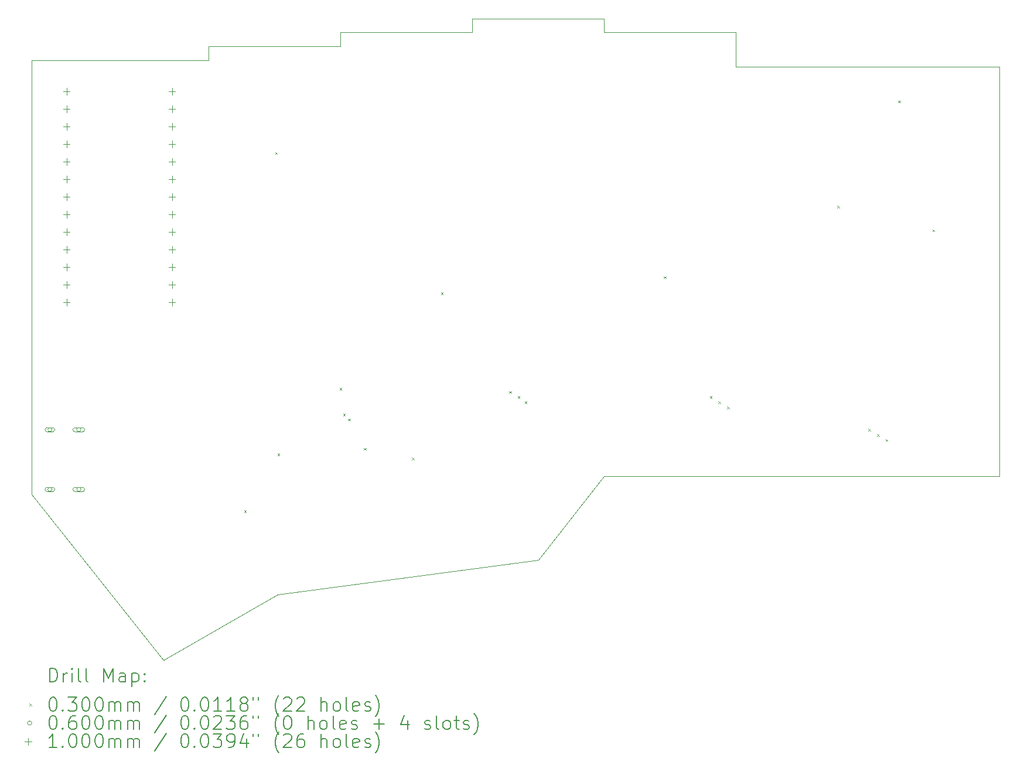
<source format=gbr>
%TF.GenerationSoftware,KiCad,Pcbnew,8.0.3*%
%TF.CreationDate,2024-06-14T18:21:21-07:00*%
%TF.ProjectId,Keyboard,4b657962-6f61-4726-942e-6b696361645f,rev?*%
%TF.SameCoordinates,Original*%
%TF.FileFunction,Drillmap*%
%TF.FilePolarity,Positive*%
%FSLAX45Y45*%
G04 Gerber Fmt 4.5, Leading zero omitted, Abs format (unit mm)*
G04 Created by KiCad (PCBNEW 8.0.3) date 2024-06-14 18:21:21*
%MOMM*%
%LPD*%
G01*
G04 APERTURE LIST*
%ADD10C,0.050000*%
%ADD11C,0.200000*%
%ADD12C,0.100000*%
G04 APERTURE END LIST*
D10*
X16724500Y-19421000D02*
X20534500Y-19421000D01*
X12914500Y-18921000D02*
X12914500Y-18721000D01*
X9104500Y-19121000D02*
X11009500Y-19121000D01*
X14819500Y-18921000D02*
X16724500Y-18921000D01*
X12914500Y-18721000D02*
X14819500Y-18721000D01*
X6547000Y-25596000D02*
X6548000Y-19321000D01*
X20534500Y-19421000D02*
X20534500Y-25336000D01*
X14819500Y-25336000D02*
X13870000Y-26545000D01*
X13870000Y-26545000D02*
X10100000Y-27045000D01*
X8450222Y-27997500D02*
X6547000Y-25596000D01*
X16724500Y-18921000D02*
X16724500Y-19421000D01*
X14819500Y-18721000D02*
X14819500Y-18921000D01*
X20534500Y-25336000D02*
X14819500Y-25336000D01*
X11009500Y-18921000D02*
X12914500Y-18921000D01*
X9104500Y-19321000D02*
X9104500Y-19121000D01*
X6548000Y-19321000D02*
X9104500Y-19321000D01*
X11009500Y-19121000D02*
X11009500Y-18921000D01*
X10100000Y-27045000D02*
X8450222Y-27997500D01*
D11*
D12*
X9615000Y-25831000D02*
X9645000Y-25861000D01*
X9645000Y-25831000D02*
X9615000Y-25861000D01*
X10064000Y-20652000D02*
X10094000Y-20682000D01*
X10094000Y-20652000D02*
X10064000Y-20682000D01*
X10097000Y-25009000D02*
X10127000Y-25039000D01*
X10127000Y-25009000D02*
X10097000Y-25039000D01*
X10995000Y-24060000D02*
X11025000Y-24090000D01*
X11025000Y-24060000D02*
X10995000Y-24090000D01*
X11045000Y-24430000D02*
X11075000Y-24460000D01*
X11075000Y-24430000D02*
X11045000Y-24460000D01*
X11120000Y-24505000D02*
X11150000Y-24535000D01*
X11150000Y-24505000D02*
X11120000Y-24535000D01*
X11348000Y-24926000D02*
X11378000Y-24956000D01*
X11378000Y-24926000D02*
X11348000Y-24956000D01*
X12041000Y-25069000D02*
X12071000Y-25099000D01*
X12071000Y-25069000D02*
X12041000Y-25099000D01*
X12459000Y-22680000D02*
X12489000Y-22710000D01*
X12489000Y-22680000D02*
X12459000Y-22710000D01*
X13445000Y-24105000D02*
X13475000Y-24135000D01*
X13475000Y-24105000D02*
X13445000Y-24135000D01*
X13570000Y-24180000D02*
X13600000Y-24210000D01*
X13600000Y-24180000D02*
X13570000Y-24210000D01*
X13670000Y-24255000D02*
X13700000Y-24285000D01*
X13700000Y-24255000D02*
X13670000Y-24285000D01*
X15683000Y-22448000D02*
X15713000Y-22478000D01*
X15713000Y-22448000D02*
X15683000Y-22478000D01*
X16345000Y-24180000D02*
X16375000Y-24210000D01*
X16375000Y-24180000D02*
X16345000Y-24210000D01*
X16470000Y-24255000D02*
X16500000Y-24285000D01*
X16500000Y-24255000D02*
X16470000Y-24285000D01*
X16595000Y-24330000D02*
X16625000Y-24360000D01*
X16625000Y-24330000D02*
X16595000Y-24360000D01*
X18188000Y-21428000D02*
X18218000Y-21458000D01*
X18218000Y-21428000D02*
X18188000Y-21458000D01*
X18635000Y-24650000D02*
X18665000Y-24680000D01*
X18665000Y-24650000D02*
X18635000Y-24680000D01*
X18765000Y-24730000D02*
X18795000Y-24760000D01*
X18795000Y-24730000D02*
X18765000Y-24760000D01*
X18885000Y-24800000D02*
X18915000Y-24830000D01*
X18915000Y-24800000D02*
X18885000Y-24830000D01*
X19068000Y-19905000D02*
X19098000Y-19935000D01*
X19098000Y-19905000D02*
X19068000Y-19935000D01*
X19562000Y-21768000D02*
X19592000Y-21798000D01*
X19592000Y-21768000D02*
X19562000Y-21798000D01*
X6838000Y-24663000D02*
G75*
G02*
X6778000Y-24663000I-30000J0D01*
G01*
X6778000Y-24663000D02*
G75*
G02*
X6838000Y-24663000I30000J0D01*
G01*
X6848000Y-24633000D02*
X6768000Y-24633000D01*
X6768000Y-24693000D02*
G75*
G02*
X6768000Y-24633000I0J30000D01*
G01*
X6768000Y-24693000D02*
X6848000Y-24693000D01*
X6848000Y-24693000D02*
G75*
G03*
X6848000Y-24633000I0J30000D01*
G01*
X6838000Y-25527000D02*
G75*
G02*
X6778000Y-25527000I-30000J0D01*
G01*
X6778000Y-25527000D02*
G75*
G02*
X6838000Y-25527000I30000J0D01*
G01*
X6848000Y-25497000D02*
X6768000Y-25497000D01*
X6768000Y-25557000D02*
G75*
G02*
X6768000Y-25497000I0J30000D01*
G01*
X6768000Y-25557000D02*
X6848000Y-25557000D01*
X6848000Y-25557000D02*
G75*
G03*
X6848000Y-25497000I0J30000D01*
G01*
X7256000Y-24663000D02*
G75*
G02*
X7196000Y-24663000I-30000J0D01*
G01*
X7196000Y-24663000D02*
G75*
G02*
X7256000Y-24663000I30000J0D01*
G01*
X7281000Y-24633000D02*
X7171000Y-24633000D01*
X7171000Y-24693000D02*
G75*
G02*
X7171000Y-24633000I0J30000D01*
G01*
X7171000Y-24693000D02*
X7281000Y-24693000D01*
X7281000Y-24693000D02*
G75*
G03*
X7281000Y-24633000I0J30000D01*
G01*
X7256000Y-25527000D02*
G75*
G02*
X7196000Y-25527000I-30000J0D01*
G01*
X7196000Y-25527000D02*
G75*
G02*
X7256000Y-25527000I30000J0D01*
G01*
X7281000Y-25497000D02*
X7171000Y-25497000D01*
X7171000Y-25557000D02*
G75*
G02*
X7171000Y-25497000I0J30000D01*
G01*
X7171000Y-25557000D02*
X7281000Y-25557000D01*
X7281000Y-25557000D02*
G75*
G03*
X7281000Y-25497000I0J30000D01*
G01*
X7048000Y-19721000D02*
X7048000Y-19821000D01*
X6998000Y-19771000D02*
X7098000Y-19771000D01*
X7048000Y-19975000D02*
X7048000Y-20075000D01*
X6998000Y-20025000D02*
X7098000Y-20025000D01*
X7048000Y-20229000D02*
X7048000Y-20329000D01*
X6998000Y-20279000D02*
X7098000Y-20279000D01*
X7048000Y-20483000D02*
X7048000Y-20583000D01*
X6998000Y-20533000D02*
X7098000Y-20533000D01*
X7048000Y-20737000D02*
X7048000Y-20837000D01*
X6998000Y-20787000D02*
X7098000Y-20787000D01*
X7048000Y-20991000D02*
X7048000Y-21091000D01*
X6998000Y-21041000D02*
X7098000Y-21041000D01*
X7048000Y-21245000D02*
X7048000Y-21345000D01*
X6998000Y-21295000D02*
X7098000Y-21295000D01*
X7048000Y-21499000D02*
X7048000Y-21599000D01*
X6998000Y-21549000D02*
X7098000Y-21549000D01*
X7048000Y-21753000D02*
X7048000Y-21853000D01*
X6998000Y-21803000D02*
X7098000Y-21803000D01*
X7048000Y-22007000D02*
X7048000Y-22107000D01*
X6998000Y-22057000D02*
X7098000Y-22057000D01*
X7048000Y-22261000D02*
X7048000Y-22361000D01*
X6998000Y-22311000D02*
X7098000Y-22311000D01*
X7048000Y-22515000D02*
X7048000Y-22615000D01*
X6998000Y-22565000D02*
X7098000Y-22565000D01*
X7048000Y-22769000D02*
X7048000Y-22869000D01*
X6998000Y-22819000D02*
X7098000Y-22819000D01*
X8572000Y-19721000D02*
X8572000Y-19821000D01*
X8522000Y-19771000D02*
X8622000Y-19771000D01*
X8572000Y-19975000D02*
X8572000Y-20075000D01*
X8522000Y-20025000D02*
X8622000Y-20025000D01*
X8572000Y-20229000D02*
X8572000Y-20329000D01*
X8522000Y-20279000D02*
X8622000Y-20279000D01*
X8572000Y-20483000D02*
X8572000Y-20583000D01*
X8522000Y-20533000D02*
X8622000Y-20533000D01*
X8572000Y-20737000D02*
X8572000Y-20837000D01*
X8522000Y-20787000D02*
X8622000Y-20787000D01*
X8572000Y-20991000D02*
X8572000Y-21091000D01*
X8522000Y-21041000D02*
X8622000Y-21041000D01*
X8572000Y-21245000D02*
X8572000Y-21345000D01*
X8522000Y-21295000D02*
X8622000Y-21295000D01*
X8572000Y-21499000D02*
X8572000Y-21599000D01*
X8522000Y-21549000D02*
X8622000Y-21549000D01*
X8572000Y-21753000D02*
X8572000Y-21853000D01*
X8522000Y-21803000D02*
X8622000Y-21803000D01*
X8572000Y-22007000D02*
X8572000Y-22107000D01*
X8522000Y-22057000D02*
X8622000Y-22057000D01*
X8572000Y-22261000D02*
X8572000Y-22361000D01*
X8522000Y-22311000D02*
X8622000Y-22311000D01*
X8572000Y-22515000D02*
X8572000Y-22615000D01*
X8522000Y-22565000D02*
X8622000Y-22565000D01*
X8572000Y-22769000D02*
X8572000Y-22869000D01*
X8522000Y-22819000D02*
X8622000Y-22819000D01*
D11*
X6805277Y-28311484D02*
X6805277Y-28111484D01*
X6805277Y-28111484D02*
X6852896Y-28111484D01*
X6852896Y-28111484D02*
X6881467Y-28121008D01*
X6881467Y-28121008D02*
X6900515Y-28140055D01*
X6900515Y-28140055D02*
X6910039Y-28159103D01*
X6910039Y-28159103D02*
X6919562Y-28197198D01*
X6919562Y-28197198D02*
X6919562Y-28225769D01*
X6919562Y-28225769D02*
X6910039Y-28263865D01*
X6910039Y-28263865D02*
X6900515Y-28282912D01*
X6900515Y-28282912D02*
X6881467Y-28301960D01*
X6881467Y-28301960D02*
X6852896Y-28311484D01*
X6852896Y-28311484D02*
X6805277Y-28311484D01*
X7005277Y-28311484D02*
X7005277Y-28178150D01*
X7005277Y-28216246D02*
X7014801Y-28197198D01*
X7014801Y-28197198D02*
X7024324Y-28187674D01*
X7024324Y-28187674D02*
X7043372Y-28178150D01*
X7043372Y-28178150D02*
X7062420Y-28178150D01*
X7129086Y-28311484D02*
X7129086Y-28178150D01*
X7129086Y-28111484D02*
X7119562Y-28121008D01*
X7119562Y-28121008D02*
X7129086Y-28130531D01*
X7129086Y-28130531D02*
X7138610Y-28121008D01*
X7138610Y-28121008D02*
X7129086Y-28111484D01*
X7129086Y-28111484D02*
X7129086Y-28130531D01*
X7252896Y-28311484D02*
X7233848Y-28301960D01*
X7233848Y-28301960D02*
X7224324Y-28282912D01*
X7224324Y-28282912D02*
X7224324Y-28111484D01*
X7357658Y-28311484D02*
X7338610Y-28301960D01*
X7338610Y-28301960D02*
X7329086Y-28282912D01*
X7329086Y-28282912D02*
X7329086Y-28111484D01*
X7586229Y-28311484D02*
X7586229Y-28111484D01*
X7586229Y-28111484D02*
X7652896Y-28254341D01*
X7652896Y-28254341D02*
X7719562Y-28111484D01*
X7719562Y-28111484D02*
X7719562Y-28311484D01*
X7900515Y-28311484D02*
X7900515Y-28206722D01*
X7900515Y-28206722D02*
X7890991Y-28187674D01*
X7890991Y-28187674D02*
X7871943Y-28178150D01*
X7871943Y-28178150D02*
X7833848Y-28178150D01*
X7833848Y-28178150D02*
X7814801Y-28187674D01*
X7900515Y-28301960D02*
X7881467Y-28311484D01*
X7881467Y-28311484D02*
X7833848Y-28311484D01*
X7833848Y-28311484D02*
X7814801Y-28301960D01*
X7814801Y-28301960D02*
X7805277Y-28282912D01*
X7805277Y-28282912D02*
X7805277Y-28263865D01*
X7805277Y-28263865D02*
X7814801Y-28244817D01*
X7814801Y-28244817D02*
X7833848Y-28235293D01*
X7833848Y-28235293D02*
X7881467Y-28235293D01*
X7881467Y-28235293D02*
X7900515Y-28225769D01*
X7995753Y-28178150D02*
X7995753Y-28378150D01*
X7995753Y-28187674D02*
X8014801Y-28178150D01*
X8014801Y-28178150D02*
X8052896Y-28178150D01*
X8052896Y-28178150D02*
X8071943Y-28187674D01*
X8071943Y-28187674D02*
X8081467Y-28197198D01*
X8081467Y-28197198D02*
X8090991Y-28216246D01*
X8090991Y-28216246D02*
X8090991Y-28273388D01*
X8090991Y-28273388D02*
X8081467Y-28292436D01*
X8081467Y-28292436D02*
X8071943Y-28301960D01*
X8071943Y-28301960D02*
X8052896Y-28311484D01*
X8052896Y-28311484D02*
X8014801Y-28311484D01*
X8014801Y-28311484D02*
X7995753Y-28301960D01*
X8176705Y-28292436D02*
X8186229Y-28301960D01*
X8186229Y-28301960D02*
X8176705Y-28311484D01*
X8176705Y-28311484D02*
X8167182Y-28301960D01*
X8167182Y-28301960D02*
X8176705Y-28292436D01*
X8176705Y-28292436D02*
X8176705Y-28311484D01*
X8176705Y-28187674D02*
X8186229Y-28197198D01*
X8186229Y-28197198D02*
X8176705Y-28206722D01*
X8176705Y-28206722D02*
X8167182Y-28197198D01*
X8167182Y-28197198D02*
X8176705Y-28187674D01*
X8176705Y-28187674D02*
X8176705Y-28206722D01*
D12*
X6514500Y-28625000D02*
X6544500Y-28655000D01*
X6544500Y-28625000D02*
X6514500Y-28655000D01*
D11*
X6843372Y-28531484D02*
X6862420Y-28531484D01*
X6862420Y-28531484D02*
X6881467Y-28541008D01*
X6881467Y-28541008D02*
X6890991Y-28550531D01*
X6890991Y-28550531D02*
X6900515Y-28569579D01*
X6900515Y-28569579D02*
X6910039Y-28607674D01*
X6910039Y-28607674D02*
X6910039Y-28655293D01*
X6910039Y-28655293D02*
X6900515Y-28693388D01*
X6900515Y-28693388D02*
X6890991Y-28712436D01*
X6890991Y-28712436D02*
X6881467Y-28721960D01*
X6881467Y-28721960D02*
X6862420Y-28731484D01*
X6862420Y-28731484D02*
X6843372Y-28731484D01*
X6843372Y-28731484D02*
X6824324Y-28721960D01*
X6824324Y-28721960D02*
X6814801Y-28712436D01*
X6814801Y-28712436D02*
X6805277Y-28693388D01*
X6805277Y-28693388D02*
X6795753Y-28655293D01*
X6795753Y-28655293D02*
X6795753Y-28607674D01*
X6795753Y-28607674D02*
X6805277Y-28569579D01*
X6805277Y-28569579D02*
X6814801Y-28550531D01*
X6814801Y-28550531D02*
X6824324Y-28541008D01*
X6824324Y-28541008D02*
X6843372Y-28531484D01*
X6995753Y-28712436D02*
X7005277Y-28721960D01*
X7005277Y-28721960D02*
X6995753Y-28731484D01*
X6995753Y-28731484D02*
X6986229Y-28721960D01*
X6986229Y-28721960D02*
X6995753Y-28712436D01*
X6995753Y-28712436D02*
X6995753Y-28731484D01*
X7071943Y-28531484D02*
X7195753Y-28531484D01*
X7195753Y-28531484D02*
X7129086Y-28607674D01*
X7129086Y-28607674D02*
X7157658Y-28607674D01*
X7157658Y-28607674D02*
X7176705Y-28617198D01*
X7176705Y-28617198D02*
X7186229Y-28626722D01*
X7186229Y-28626722D02*
X7195753Y-28645769D01*
X7195753Y-28645769D02*
X7195753Y-28693388D01*
X7195753Y-28693388D02*
X7186229Y-28712436D01*
X7186229Y-28712436D02*
X7176705Y-28721960D01*
X7176705Y-28721960D02*
X7157658Y-28731484D01*
X7157658Y-28731484D02*
X7100515Y-28731484D01*
X7100515Y-28731484D02*
X7081467Y-28721960D01*
X7081467Y-28721960D02*
X7071943Y-28712436D01*
X7319562Y-28531484D02*
X7338610Y-28531484D01*
X7338610Y-28531484D02*
X7357658Y-28541008D01*
X7357658Y-28541008D02*
X7367182Y-28550531D01*
X7367182Y-28550531D02*
X7376705Y-28569579D01*
X7376705Y-28569579D02*
X7386229Y-28607674D01*
X7386229Y-28607674D02*
X7386229Y-28655293D01*
X7386229Y-28655293D02*
X7376705Y-28693388D01*
X7376705Y-28693388D02*
X7367182Y-28712436D01*
X7367182Y-28712436D02*
X7357658Y-28721960D01*
X7357658Y-28721960D02*
X7338610Y-28731484D01*
X7338610Y-28731484D02*
X7319562Y-28731484D01*
X7319562Y-28731484D02*
X7300515Y-28721960D01*
X7300515Y-28721960D02*
X7290991Y-28712436D01*
X7290991Y-28712436D02*
X7281467Y-28693388D01*
X7281467Y-28693388D02*
X7271943Y-28655293D01*
X7271943Y-28655293D02*
X7271943Y-28607674D01*
X7271943Y-28607674D02*
X7281467Y-28569579D01*
X7281467Y-28569579D02*
X7290991Y-28550531D01*
X7290991Y-28550531D02*
X7300515Y-28541008D01*
X7300515Y-28541008D02*
X7319562Y-28531484D01*
X7510039Y-28531484D02*
X7529086Y-28531484D01*
X7529086Y-28531484D02*
X7548134Y-28541008D01*
X7548134Y-28541008D02*
X7557658Y-28550531D01*
X7557658Y-28550531D02*
X7567182Y-28569579D01*
X7567182Y-28569579D02*
X7576705Y-28607674D01*
X7576705Y-28607674D02*
X7576705Y-28655293D01*
X7576705Y-28655293D02*
X7567182Y-28693388D01*
X7567182Y-28693388D02*
X7557658Y-28712436D01*
X7557658Y-28712436D02*
X7548134Y-28721960D01*
X7548134Y-28721960D02*
X7529086Y-28731484D01*
X7529086Y-28731484D02*
X7510039Y-28731484D01*
X7510039Y-28731484D02*
X7490991Y-28721960D01*
X7490991Y-28721960D02*
X7481467Y-28712436D01*
X7481467Y-28712436D02*
X7471943Y-28693388D01*
X7471943Y-28693388D02*
X7462420Y-28655293D01*
X7462420Y-28655293D02*
X7462420Y-28607674D01*
X7462420Y-28607674D02*
X7471943Y-28569579D01*
X7471943Y-28569579D02*
X7481467Y-28550531D01*
X7481467Y-28550531D02*
X7490991Y-28541008D01*
X7490991Y-28541008D02*
X7510039Y-28531484D01*
X7662420Y-28731484D02*
X7662420Y-28598150D01*
X7662420Y-28617198D02*
X7671943Y-28607674D01*
X7671943Y-28607674D02*
X7690991Y-28598150D01*
X7690991Y-28598150D02*
X7719563Y-28598150D01*
X7719563Y-28598150D02*
X7738610Y-28607674D01*
X7738610Y-28607674D02*
X7748134Y-28626722D01*
X7748134Y-28626722D02*
X7748134Y-28731484D01*
X7748134Y-28626722D02*
X7757658Y-28607674D01*
X7757658Y-28607674D02*
X7776705Y-28598150D01*
X7776705Y-28598150D02*
X7805277Y-28598150D01*
X7805277Y-28598150D02*
X7824324Y-28607674D01*
X7824324Y-28607674D02*
X7833848Y-28626722D01*
X7833848Y-28626722D02*
X7833848Y-28731484D01*
X7929086Y-28731484D02*
X7929086Y-28598150D01*
X7929086Y-28617198D02*
X7938610Y-28607674D01*
X7938610Y-28607674D02*
X7957658Y-28598150D01*
X7957658Y-28598150D02*
X7986229Y-28598150D01*
X7986229Y-28598150D02*
X8005277Y-28607674D01*
X8005277Y-28607674D02*
X8014801Y-28626722D01*
X8014801Y-28626722D02*
X8014801Y-28731484D01*
X8014801Y-28626722D02*
X8024324Y-28607674D01*
X8024324Y-28607674D02*
X8043372Y-28598150D01*
X8043372Y-28598150D02*
X8071943Y-28598150D01*
X8071943Y-28598150D02*
X8090991Y-28607674D01*
X8090991Y-28607674D02*
X8100515Y-28626722D01*
X8100515Y-28626722D02*
X8100515Y-28731484D01*
X8490991Y-28521960D02*
X8319563Y-28779103D01*
X8748134Y-28531484D02*
X8767182Y-28531484D01*
X8767182Y-28531484D02*
X8786229Y-28541008D01*
X8786229Y-28541008D02*
X8795753Y-28550531D01*
X8795753Y-28550531D02*
X8805277Y-28569579D01*
X8805277Y-28569579D02*
X8814801Y-28607674D01*
X8814801Y-28607674D02*
X8814801Y-28655293D01*
X8814801Y-28655293D02*
X8805277Y-28693388D01*
X8805277Y-28693388D02*
X8795753Y-28712436D01*
X8795753Y-28712436D02*
X8786229Y-28721960D01*
X8786229Y-28721960D02*
X8767182Y-28731484D01*
X8767182Y-28731484D02*
X8748134Y-28731484D01*
X8748134Y-28731484D02*
X8729087Y-28721960D01*
X8729087Y-28721960D02*
X8719563Y-28712436D01*
X8719563Y-28712436D02*
X8710039Y-28693388D01*
X8710039Y-28693388D02*
X8700515Y-28655293D01*
X8700515Y-28655293D02*
X8700515Y-28607674D01*
X8700515Y-28607674D02*
X8710039Y-28569579D01*
X8710039Y-28569579D02*
X8719563Y-28550531D01*
X8719563Y-28550531D02*
X8729087Y-28541008D01*
X8729087Y-28541008D02*
X8748134Y-28531484D01*
X8900515Y-28712436D02*
X8910039Y-28721960D01*
X8910039Y-28721960D02*
X8900515Y-28731484D01*
X8900515Y-28731484D02*
X8890991Y-28721960D01*
X8890991Y-28721960D02*
X8900515Y-28712436D01*
X8900515Y-28712436D02*
X8900515Y-28731484D01*
X9033848Y-28531484D02*
X9052896Y-28531484D01*
X9052896Y-28531484D02*
X9071944Y-28541008D01*
X9071944Y-28541008D02*
X9081468Y-28550531D01*
X9081468Y-28550531D02*
X9090991Y-28569579D01*
X9090991Y-28569579D02*
X9100515Y-28607674D01*
X9100515Y-28607674D02*
X9100515Y-28655293D01*
X9100515Y-28655293D02*
X9090991Y-28693388D01*
X9090991Y-28693388D02*
X9081468Y-28712436D01*
X9081468Y-28712436D02*
X9071944Y-28721960D01*
X9071944Y-28721960D02*
X9052896Y-28731484D01*
X9052896Y-28731484D02*
X9033848Y-28731484D01*
X9033848Y-28731484D02*
X9014801Y-28721960D01*
X9014801Y-28721960D02*
X9005277Y-28712436D01*
X9005277Y-28712436D02*
X8995753Y-28693388D01*
X8995753Y-28693388D02*
X8986229Y-28655293D01*
X8986229Y-28655293D02*
X8986229Y-28607674D01*
X8986229Y-28607674D02*
X8995753Y-28569579D01*
X8995753Y-28569579D02*
X9005277Y-28550531D01*
X9005277Y-28550531D02*
X9014801Y-28541008D01*
X9014801Y-28541008D02*
X9033848Y-28531484D01*
X9290991Y-28731484D02*
X9176706Y-28731484D01*
X9233848Y-28731484D02*
X9233848Y-28531484D01*
X9233848Y-28531484D02*
X9214801Y-28560055D01*
X9214801Y-28560055D02*
X9195753Y-28579103D01*
X9195753Y-28579103D02*
X9176706Y-28588627D01*
X9481468Y-28731484D02*
X9367182Y-28731484D01*
X9424325Y-28731484D02*
X9424325Y-28531484D01*
X9424325Y-28531484D02*
X9405277Y-28560055D01*
X9405277Y-28560055D02*
X9386229Y-28579103D01*
X9386229Y-28579103D02*
X9367182Y-28588627D01*
X9595753Y-28617198D02*
X9576706Y-28607674D01*
X9576706Y-28607674D02*
X9567182Y-28598150D01*
X9567182Y-28598150D02*
X9557658Y-28579103D01*
X9557658Y-28579103D02*
X9557658Y-28569579D01*
X9557658Y-28569579D02*
X9567182Y-28550531D01*
X9567182Y-28550531D02*
X9576706Y-28541008D01*
X9576706Y-28541008D02*
X9595753Y-28531484D01*
X9595753Y-28531484D02*
X9633849Y-28531484D01*
X9633849Y-28531484D02*
X9652896Y-28541008D01*
X9652896Y-28541008D02*
X9662420Y-28550531D01*
X9662420Y-28550531D02*
X9671944Y-28569579D01*
X9671944Y-28569579D02*
X9671944Y-28579103D01*
X9671944Y-28579103D02*
X9662420Y-28598150D01*
X9662420Y-28598150D02*
X9652896Y-28607674D01*
X9652896Y-28607674D02*
X9633849Y-28617198D01*
X9633849Y-28617198D02*
X9595753Y-28617198D01*
X9595753Y-28617198D02*
X9576706Y-28626722D01*
X9576706Y-28626722D02*
X9567182Y-28636246D01*
X9567182Y-28636246D02*
X9557658Y-28655293D01*
X9557658Y-28655293D02*
X9557658Y-28693388D01*
X9557658Y-28693388D02*
X9567182Y-28712436D01*
X9567182Y-28712436D02*
X9576706Y-28721960D01*
X9576706Y-28721960D02*
X9595753Y-28731484D01*
X9595753Y-28731484D02*
X9633849Y-28731484D01*
X9633849Y-28731484D02*
X9652896Y-28721960D01*
X9652896Y-28721960D02*
X9662420Y-28712436D01*
X9662420Y-28712436D02*
X9671944Y-28693388D01*
X9671944Y-28693388D02*
X9671944Y-28655293D01*
X9671944Y-28655293D02*
X9662420Y-28636246D01*
X9662420Y-28636246D02*
X9652896Y-28626722D01*
X9652896Y-28626722D02*
X9633849Y-28617198D01*
X9748134Y-28531484D02*
X9748134Y-28569579D01*
X9824325Y-28531484D02*
X9824325Y-28569579D01*
X10119563Y-28807674D02*
X10110039Y-28798150D01*
X10110039Y-28798150D02*
X10090991Y-28769579D01*
X10090991Y-28769579D02*
X10081468Y-28750531D01*
X10081468Y-28750531D02*
X10071944Y-28721960D01*
X10071944Y-28721960D02*
X10062420Y-28674341D01*
X10062420Y-28674341D02*
X10062420Y-28636246D01*
X10062420Y-28636246D02*
X10071944Y-28588627D01*
X10071944Y-28588627D02*
X10081468Y-28560055D01*
X10081468Y-28560055D02*
X10090991Y-28541008D01*
X10090991Y-28541008D02*
X10110039Y-28512436D01*
X10110039Y-28512436D02*
X10119563Y-28502912D01*
X10186230Y-28550531D02*
X10195753Y-28541008D01*
X10195753Y-28541008D02*
X10214801Y-28531484D01*
X10214801Y-28531484D02*
X10262420Y-28531484D01*
X10262420Y-28531484D02*
X10281468Y-28541008D01*
X10281468Y-28541008D02*
X10290991Y-28550531D01*
X10290991Y-28550531D02*
X10300515Y-28569579D01*
X10300515Y-28569579D02*
X10300515Y-28588627D01*
X10300515Y-28588627D02*
X10290991Y-28617198D01*
X10290991Y-28617198D02*
X10176706Y-28731484D01*
X10176706Y-28731484D02*
X10300515Y-28731484D01*
X10376706Y-28550531D02*
X10386230Y-28541008D01*
X10386230Y-28541008D02*
X10405277Y-28531484D01*
X10405277Y-28531484D02*
X10452896Y-28531484D01*
X10452896Y-28531484D02*
X10471944Y-28541008D01*
X10471944Y-28541008D02*
X10481468Y-28550531D01*
X10481468Y-28550531D02*
X10490991Y-28569579D01*
X10490991Y-28569579D02*
X10490991Y-28588627D01*
X10490991Y-28588627D02*
X10481468Y-28617198D01*
X10481468Y-28617198D02*
X10367182Y-28731484D01*
X10367182Y-28731484D02*
X10490991Y-28731484D01*
X10729087Y-28731484D02*
X10729087Y-28531484D01*
X10814801Y-28731484D02*
X10814801Y-28626722D01*
X10814801Y-28626722D02*
X10805277Y-28607674D01*
X10805277Y-28607674D02*
X10786230Y-28598150D01*
X10786230Y-28598150D02*
X10757658Y-28598150D01*
X10757658Y-28598150D02*
X10738611Y-28607674D01*
X10738611Y-28607674D02*
X10729087Y-28617198D01*
X10938611Y-28731484D02*
X10919563Y-28721960D01*
X10919563Y-28721960D02*
X10910039Y-28712436D01*
X10910039Y-28712436D02*
X10900515Y-28693388D01*
X10900515Y-28693388D02*
X10900515Y-28636246D01*
X10900515Y-28636246D02*
X10910039Y-28617198D01*
X10910039Y-28617198D02*
X10919563Y-28607674D01*
X10919563Y-28607674D02*
X10938611Y-28598150D01*
X10938611Y-28598150D02*
X10967182Y-28598150D01*
X10967182Y-28598150D02*
X10986230Y-28607674D01*
X10986230Y-28607674D02*
X10995753Y-28617198D01*
X10995753Y-28617198D02*
X11005277Y-28636246D01*
X11005277Y-28636246D02*
X11005277Y-28693388D01*
X11005277Y-28693388D02*
X10995753Y-28712436D01*
X10995753Y-28712436D02*
X10986230Y-28721960D01*
X10986230Y-28721960D02*
X10967182Y-28731484D01*
X10967182Y-28731484D02*
X10938611Y-28731484D01*
X11119563Y-28731484D02*
X11100515Y-28721960D01*
X11100515Y-28721960D02*
X11090992Y-28702912D01*
X11090992Y-28702912D02*
X11090992Y-28531484D01*
X11271944Y-28721960D02*
X11252896Y-28731484D01*
X11252896Y-28731484D02*
X11214801Y-28731484D01*
X11214801Y-28731484D02*
X11195753Y-28721960D01*
X11195753Y-28721960D02*
X11186230Y-28702912D01*
X11186230Y-28702912D02*
X11186230Y-28626722D01*
X11186230Y-28626722D02*
X11195753Y-28607674D01*
X11195753Y-28607674D02*
X11214801Y-28598150D01*
X11214801Y-28598150D02*
X11252896Y-28598150D01*
X11252896Y-28598150D02*
X11271944Y-28607674D01*
X11271944Y-28607674D02*
X11281468Y-28626722D01*
X11281468Y-28626722D02*
X11281468Y-28645769D01*
X11281468Y-28645769D02*
X11186230Y-28664817D01*
X11357658Y-28721960D02*
X11376706Y-28731484D01*
X11376706Y-28731484D02*
X11414801Y-28731484D01*
X11414801Y-28731484D02*
X11433849Y-28721960D01*
X11433849Y-28721960D02*
X11443372Y-28702912D01*
X11443372Y-28702912D02*
X11443372Y-28693388D01*
X11443372Y-28693388D02*
X11433849Y-28674341D01*
X11433849Y-28674341D02*
X11414801Y-28664817D01*
X11414801Y-28664817D02*
X11386230Y-28664817D01*
X11386230Y-28664817D02*
X11367182Y-28655293D01*
X11367182Y-28655293D02*
X11357658Y-28636246D01*
X11357658Y-28636246D02*
X11357658Y-28626722D01*
X11357658Y-28626722D02*
X11367182Y-28607674D01*
X11367182Y-28607674D02*
X11386230Y-28598150D01*
X11386230Y-28598150D02*
X11414801Y-28598150D01*
X11414801Y-28598150D02*
X11433849Y-28607674D01*
X11510039Y-28807674D02*
X11519563Y-28798150D01*
X11519563Y-28798150D02*
X11538611Y-28769579D01*
X11538611Y-28769579D02*
X11548134Y-28750531D01*
X11548134Y-28750531D02*
X11557658Y-28721960D01*
X11557658Y-28721960D02*
X11567182Y-28674341D01*
X11567182Y-28674341D02*
X11567182Y-28636246D01*
X11567182Y-28636246D02*
X11557658Y-28588627D01*
X11557658Y-28588627D02*
X11548134Y-28560055D01*
X11548134Y-28560055D02*
X11538611Y-28541008D01*
X11538611Y-28541008D02*
X11519563Y-28512436D01*
X11519563Y-28512436D02*
X11510039Y-28502912D01*
D12*
X6544500Y-28904000D02*
G75*
G02*
X6484500Y-28904000I-30000J0D01*
G01*
X6484500Y-28904000D02*
G75*
G02*
X6544500Y-28904000I30000J0D01*
G01*
D11*
X6843372Y-28795484D02*
X6862420Y-28795484D01*
X6862420Y-28795484D02*
X6881467Y-28805008D01*
X6881467Y-28805008D02*
X6890991Y-28814531D01*
X6890991Y-28814531D02*
X6900515Y-28833579D01*
X6900515Y-28833579D02*
X6910039Y-28871674D01*
X6910039Y-28871674D02*
X6910039Y-28919293D01*
X6910039Y-28919293D02*
X6900515Y-28957388D01*
X6900515Y-28957388D02*
X6890991Y-28976436D01*
X6890991Y-28976436D02*
X6881467Y-28985960D01*
X6881467Y-28985960D02*
X6862420Y-28995484D01*
X6862420Y-28995484D02*
X6843372Y-28995484D01*
X6843372Y-28995484D02*
X6824324Y-28985960D01*
X6824324Y-28985960D02*
X6814801Y-28976436D01*
X6814801Y-28976436D02*
X6805277Y-28957388D01*
X6805277Y-28957388D02*
X6795753Y-28919293D01*
X6795753Y-28919293D02*
X6795753Y-28871674D01*
X6795753Y-28871674D02*
X6805277Y-28833579D01*
X6805277Y-28833579D02*
X6814801Y-28814531D01*
X6814801Y-28814531D02*
X6824324Y-28805008D01*
X6824324Y-28805008D02*
X6843372Y-28795484D01*
X6995753Y-28976436D02*
X7005277Y-28985960D01*
X7005277Y-28985960D02*
X6995753Y-28995484D01*
X6995753Y-28995484D02*
X6986229Y-28985960D01*
X6986229Y-28985960D02*
X6995753Y-28976436D01*
X6995753Y-28976436D02*
X6995753Y-28995484D01*
X7176705Y-28795484D02*
X7138610Y-28795484D01*
X7138610Y-28795484D02*
X7119562Y-28805008D01*
X7119562Y-28805008D02*
X7110039Y-28814531D01*
X7110039Y-28814531D02*
X7090991Y-28843103D01*
X7090991Y-28843103D02*
X7081467Y-28881198D01*
X7081467Y-28881198D02*
X7081467Y-28957388D01*
X7081467Y-28957388D02*
X7090991Y-28976436D01*
X7090991Y-28976436D02*
X7100515Y-28985960D01*
X7100515Y-28985960D02*
X7119562Y-28995484D01*
X7119562Y-28995484D02*
X7157658Y-28995484D01*
X7157658Y-28995484D02*
X7176705Y-28985960D01*
X7176705Y-28985960D02*
X7186229Y-28976436D01*
X7186229Y-28976436D02*
X7195753Y-28957388D01*
X7195753Y-28957388D02*
X7195753Y-28909769D01*
X7195753Y-28909769D02*
X7186229Y-28890722D01*
X7186229Y-28890722D02*
X7176705Y-28881198D01*
X7176705Y-28881198D02*
X7157658Y-28871674D01*
X7157658Y-28871674D02*
X7119562Y-28871674D01*
X7119562Y-28871674D02*
X7100515Y-28881198D01*
X7100515Y-28881198D02*
X7090991Y-28890722D01*
X7090991Y-28890722D02*
X7081467Y-28909769D01*
X7319562Y-28795484D02*
X7338610Y-28795484D01*
X7338610Y-28795484D02*
X7357658Y-28805008D01*
X7357658Y-28805008D02*
X7367182Y-28814531D01*
X7367182Y-28814531D02*
X7376705Y-28833579D01*
X7376705Y-28833579D02*
X7386229Y-28871674D01*
X7386229Y-28871674D02*
X7386229Y-28919293D01*
X7386229Y-28919293D02*
X7376705Y-28957388D01*
X7376705Y-28957388D02*
X7367182Y-28976436D01*
X7367182Y-28976436D02*
X7357658Y-28985960D01*
X7357658Y-28985960D02*
X7338610Y-28995484D01*
X7338610Y-28995484D02*
X7319562Y-28995484D01*
X7319562Y-28995484D02*
X7300515Y-28985960D01*
X7300515Y-28985960D02*
X7290991Y-28976436D01*
X7290991Y-28976436D02*
X7281467Y-28957388D01*
X7281467Y-28957388D02*
X7271943Y-28919293D01*
X7271943Y-28919293D02*
X7271943Y-28871674D01*
X7271943Y-28871674D02*
X7281467Y-28833579D01*
X7281467Y-28833579D02*
X7290991Y-28814531D01*
X7290991Y-28814531D02*
X7300515Y-28805008D01*
X7300515Y-28805008D02*
X7319562Y-28795484D01*
X7510039Y-28795484D02*
X7529086Y-28795484D01*
X7529086Y-28795484D02*
X7548134Y-28805008D01*
X7548134Y-28805008D02*
X7557658Y-28814531D01*
X7557658Y-28814531D02*
X7567182Y-28833579D01*
X7567182Y-28833579D02*
X7576705Y-28871674D01*
X7576705Y-28871674D02*
X7576705Y-28919293D01*
X7576705Y-28919293D02*
X7567182Y-28957388D01*
X7567182Y-28957388D02*
X7557658Y-28976436D01*
X7557658Y-28976436D02*
X7548134Y-28985960D01*
X7548134Y-28985960D02*
X7529086Y-28995484D01*
X7529086Y-28995484D02*
X7510039Y-28995484D01*
X7510039Y-28995484D02*
X7490991Y-28985960D01*
X7490991Y-28985960D02*
X7481467Y-28976436D01*
X7481467Y-28976436D02*
X7471943Y-28957388D01*
X7471943Y-28957388D02*
X7462420Y-28919293D01*
X7462420Y-28919293D02*
X7462420Y-28871674D01*
X7462420Y-28871674D02*
X7471943Y-28833579D01*
X7471943Y-28833579D02*
X7481467Y-28814531D01*
X7481467Y-28814531D02*
X7490991Y-28805008D01*
X7490991Y-28805008D02*
X7510039Y-28795484D01*
X7662420Y-28995484D02*
X7662420Y-28862150D01*
X7662420Y-28881198D02*
X7671943Y-28871674D01*
X7671943Y-28871674D02*
X7690991Y-28862150D01*
X7690991Y-28862150D02*
X7719563Y-28862150D01*
X7719563Y-28862150D02*
X7738610Y-28871674D01*
X7738610Y-28871674D02*
X7748134Y-28890722D01*
X7748134Y-28890722D02*
X7748134Y-28995484D01*
X7748134Y-28890722D02*
X7757658Y-28871674D01*
X7757658Y-28871674D02*
X7776705Y-28862150D01*
X7776705Y-28862150D02*
X7805277Y-28862150D01*
X7805277Y-28862150D02*
X7824324Y-28871674D01*
X7824324Y-28871674D02*
X7833848Y-28890722D01*
X7833848Y-28890722D02*
X7833848Y-28995484D01*
X7929086Y-28995484D02*
X7929086Y-28862150D01*
X7929086Y-28881198D02*
X7938610Y-28871674D01*
X7938610Y-28871674D02*
X7957658Y-28862150D01*
X7957658Y-28862150D02*
X7986229Y-28862150D01*
X7986229Y-28862150D02*
X8005277Y-28871674D01*
X8005277Y-28871674D02*
X8014801Y-28890722D01*
X8014801Y-28890722D02*
X8014801Y-28995484D01*
X8014801Y-28890722D02*
X8024324Y-28871674D01*
X8024324Y-28871674D02*
X8043372Y-28862150D01*
X8043372Y-28862150D02*
X8071943Y-28862150D01*
X8071943Y-28862150D02*
X8090991Y-28871674D01*
X8090991Y-28871674D02*
X8100515Y-28890722D01*
X8100515Y-28890722D02*
X8100515Y-28995484D01*
X8490991Y-28785960D02*
X8319563Y-29043103D01*
X8748134Y-28795484D02*
X8767182Y-28795484D01*
X8767182Y-28795484D02*
X8786229Y-28805008D01*
X8786229Y-28805008D02*
X8795753Y-28814531D01*
X8795753Y-28814531D02*
X8805277Y-28833579D01*
X8805277Y-28833579D02*
X8814801Y-28871674D01*
X8814801Y-28871674D02*
X8814801Y-28919293D01*
X8814801Y-28919293D02*
X8805277Y-28957388D01*
X8805277Y-28957388D02*
X8795753Y-28976436D01*
X8795753Y-28976436D02*
X8786229Y-28985960D01*
X8786229Y-28985960D02*
X8767182Y-28995484D01*
X8767182Y-28995484D02*
X8748134Y-28995484D01*
X8748134Y-28995484D02*
X8729087Y-28985960D01*
X8729087Y-28985960D02*
X8719563Y-28976436D01*
X8719563Y-28976436D02*
X8710039Y-28957388D01*
X8710039Y-28957388D02*
X8700515Y-28919293D01*
X8700515Y-28919293D02*
X8700515Y-28871674D01*
X8700515Y-28871674D02*
X8710039Y-28833579D01*
X8710039Y-28833579D02*
X8719563Y-28814531D01*
X8719563Y-28814531D02*
X8729087Y-28805008D01*
X8729087Y-28805008D02*
X8748134Y-28795484D01*
X8900515Y-28976436D02*
X8910039Y-28985960D01*
X8910039Y-28985960D02*
X8900515Y-28995484D01*
X8900515Y-28995484D02*
X8890991Y-28985960D01*
X8890991Y-28985960D02*
X8900515Y-28976436D01*
X8900515Y-28976436D02*
X8900515Y-28995484D01*
X9033848Y-28795484D02*
X9052896Y-28795484D01*
X9052896Y-28795484D02*
X9071944Y-28805008D01*
X9071944Y-28805008D02*
X9081468Y-28814531D01*
X9081468Y-28814531D02*
X9090991Y-28833579D01*
X9090991Y-28833579D02*
X9100515Y-28871674D01*
X9100515Y-28871674D02*
X9100515Y-28919293D01*
X9100515Y-28919293D02*
X9090991Y-28957388D01*
X9090991Y-28957388D02*
X9081468Y-28976436D01*
X9081468Y-28976436D02*
X9071944Y-28985960D01*
X9071944Y-28985960D02*
X9052896Y-28995484D01*
X9052896Y-28995484D02*
X9033848Y-28995484D01*
X9033848Y-28995484D02*
X9014801Y-28985960D01*
X9014801Y-28985960D02*
X9005277Y-28976436D01*
X9005277Y-28976436D02*
X8995753Y-28957388D01*
X8995753Y-28957388D02*
X8986229Y-28919293D01*
X8986229Y-28919293D02*
X8986229Y-28871674D01*
X8986229Y-28871674D02*
X8995753Y-28833579D01*
X8995753Y-28833579D02*
X9005277Y-28814531D01*
X9005277Y-28814531D02*
X9014801Y-28805008D01*
X9014801Y-28805008D02*
X9033848Y-28795484D01*
X9176706Y-28814531D02*
X9186229Y-28805008D01*
X9186229Y-28805008D02*
X9205277Y-28795484D01*
X9205277Y-28795484D02*
X9252896Y-28795484D01*
X9252896Y-28795484D02*
X9271944Y-28805008D01*
X9271944Y-28805008D02*
X9281468Y-28814531D01*
X9281468Y-28814531D02*
X9290991Y-28833579D01*
X9290991Y-28833579D02*
X9290991Y-28852627D01*
X9290991Y-28852627D02*
X9281468Y-28881198D01*
X9281468Y-28881198D02*
X9167182Y-28995484D01*
X9167182Y-28995484D02*
X9290991Y-28995484D01*
X9357658Y-28795484D02*
X9481468Y-28795484D01*
X9481468Y-28795484D02*
X9414801Y-28871674D01*
X9414801Y-28871674D02*
X9443372Y-28871674D01*
X9443372Y-28871674D02*
X9462420Y-28881198D01*
X9462420Y-28881198D02*
X9471944Y-28890722D01*
X9471944Y-28890722D02*
X9481468Y-28909769D01*
X9481468Y-28909769D02*
X9481468Y-28957388D01*
X9481468Y-28957388D02*
X9471944Y-28976436D01*
X9471944Y-28976436D02*
X9462420Y-28985960D01*
X9462420Y-28985960D02*
X9443372Y-28995484D01*
X9443372Y-28995484D02*
X9386229Y-28995484D01*
X9386229Y-28995484D02*
X9367182Y-28985960D01*
X9367182Y-28985960D02*
X9357658Y-28976436D01*
X9652896Y-28795484D02*
X9614801Y-28795484D01*
X9614801Y-28795484D02*
X9595753Y-28805008D01*
X9595753Y-28805008D02*
X9586229Y-28814531D01*
X9586229Y-28814531D02*
X9567182Y-28843103D01*
X9567182Y-28843103D02*
X9557658Y-28881198D01*
X9557658Y-28881198D02*
X9557658Y-28957388D01*
X9557658Y-28957388D02*
X9567182Y-28976436D01*
X9567182Y-28976436D02*
X9576706Y-28985960D01*
X9576706Y-28985960D02*
X9595753Y-28995484D01*
X9595753Y-28995484D02*
X9633849Y-28995484D01*
X9633849Y-28995484D02*
X9652896Y-28985960D01*
X9652896Y-28985960D02*
X9662420Y-28976436D01*
X9662420Y-28976436D02*
X9671944Y-28957388D01*
X9671944Y-28957388D02*
X9671944Y-28909769D01*
X9671944Y-28909769D02*
X9662420Y-28890722D01*
X9662420Y-28890722D02*
X9652896Y-28881198D01*
X9652896Y-28881198D02*
X9633849Y-28871674D01*
X9633849Y-28871674D02*
X9595753Y-28871674D01*
X9595753Y-28871674D02*
X9576706Y-28881198D01*
X9576706Y-28881198D02*
X9567182Y-28890722D01*
X9567182Y-28890722D02*
X9557658Y-28909769D01*
X9748134Y-28795484D02*
X9748134Y-28833579D01*
X9824325Y-28795484D02*
X9824325Y-28833579D01*
X10119563Y-29071674D02*
X10110039Y-29062150D01*
X10110039Y-29062150D02*
X10090991Y-29033579D01*
X10090991Y-29033579D02*
X10081468Y-29014531D01*
X10081468Y-29014531D02*
X10071944Y-28985960D01*
X10071944Y-28985960D02*
X10062420Y-28938341D01*
X10062420Y-28938341D02*
X10062420Y-28900246D01*
X10062420Y-28900246D02*
X10071944Y-28852627D01*
X10071944Y-28852627D02*
X10081468Y-28824055D01*
X10081468Y-28824055D02*
X10090991Y-28805008D01*
X10090991Y-28805008D02*
X10110039Y-28776436D01*
X10110039Y-28776436D02*
X10119563Y-28766912D01*
X10233849Y-28795484D02*
X10252896Y-28795484D01*
X10252896Y-28795484D02*
X10271944Y-28805008D01*
X10271944Y-28805008D02*
X10281468Y-28814531D01*
X10281468Y-28814531D02*
X10290991Y-28833579D01*
X10290991Y-28833579D02*
X10300515Y-28871674D01*
X10300515Y-28871674D02*
X10300515Y-28919293D01*
X10300515Y-28919293D02*
X10290991Y-28957388D01*
X10290991Y-28957388D02*
X10281468Y-28976436D01*
X10281468Y-28976436D02*
X10271944Y-28985960D01*
X10271944Y-28985960D02*
X10252896Y-28995484D01*
X10252896Y-28995484D02*
X10233849Y-28995484D01*
X10233849Y-28995484D02*
X10214801Y-28985960D01*
X10214801Y-28985960D02*
X10205277Y-28976436D01*
X10205277Y-28976436D02*
X10195753Y-28957388D01*
X10195753Y-28957388D02*
X10186230Y-28919293D01*
X10186230Y-28919293D02*
X10186230Y-28871674D01*
X10186230Y-28871674D02*
X10195753Y-28833579D01*
X10195753Y-28833579D02*
X10205277Y-28814531D01*
X10205277Y-28814531D02*
X10214801Y-28805008D01*
X10214801Y-28805008D02*
X10233849Y-28795484D01*
X10538611Y-28995484D02*
X10538611Y-28795484D01*
X10624325Y-28995484D02*
X10624325Y-28890722D01*
X10624325Y-28890722D02*
X10614801Y-28871674D01*
X10614801Y-28871674D02*
X10595753Y-28862150D01*
X10595753Y-28862150D02*
X10567182Y-28862150D01*
X10567182Y-28862150D02*
X10548134Y-28871674D01*
X10548134Y-28871674D02*
X10538611Y-28881198D01*
X10748134Y-28995484D02*
X10729087Y-28985960D01*
X10729087Y-28985960D02*
X10719563Y-28976436D01*
X10719563Y-28976436D02*
X10710039Y-28957388D01*
X10710039Y-28957388D02*
X10710039Y-28900246D01*
X10710039Y-28900246D02*
X10719563Y-28881198D01*
X10719563Y-28881198D02*
X10729087Y-28871674D01*
X10729087Y-28871674D02*
X10748134Y-28862150D01*
X10748134Y-28862150D02*
X10776706Y-28862150D01*
X10776706Y-28862150D02*
X10795753Y-28871674D01*
X10795753Y-28871674D02*
X10805277Y-28881198D01*
X10805277Y-28881198D02*
X10814801Y-28900246D01*
X10814801Y-28900246D02*
X10814801Y-28957388D01*
X10814801Y-28957388D02*
X10805277Y-28976436D01*
X10805277Y-28976436D02*
X10795753Y-28985960D01*
X10795753Y-28985960D02*
X10776706Y-28995484D01*
X10776706Y-28995484D02*
X10748134Y-28995484D01*
X10929087Y-28995484D02*
X10910039Y-28985960D01*
X10910039Y-28985960D02*
X10900515Y-28966912D01*
X10900515Y-28966912D02*
X10900515Y-28795484D01*
X11081468Y-28985960D02*
X11062420Y-28995484D01*
X11062420Y-28995484D02*
X11024325Y-28995484D01*
X11024325Y-28995484D02*
X11005277Y-28985960D01*
X11005277Y-28985960D02*
X10995753Y-28966912D01*
X10995753Y-28966912D02*
X10995753Y-28890722D01*
X10995753Y-28890722D02*
X11005277Y-28871674D01*
X11005277Y-28871674D02*
X11024325Y-28862150D01*
X11024325Y-28862150D02*
X11062420Y-28862150D01*
X11062420Y-28862150D02*
X11081468Y-28871674D01*
X11081468Y-28871674D02*
X11090992Y-28890722D01*
X11090992Y-28890722D02*
X11090992Y-28909769D01*
X11090992Y-28909769D02*
X10995753Y-28928817D01*
X11167182Y-28985960D02*
X11186230Y-28995484D01*
X11186230Y-28995484D02*
X11224325Y-28995484D01*
X11224325Y-28995484D02*
X11243372Y-28985960D01*
X11243372Y-28985960D02*
X11252896Y-28966912D01*
X11252896Y-28966912D02*
X11252896Y-28957388D01*
X11252896Y-28957388D02*
X11243372Y-28938341D01*
X11243372Y-28938341D02*
X11224325Y-28928817D01*
X11224325Y-28928817D02*
X11195753Y-28928817D01*
X11195753Y-28928817D02*
X11176706Y-28919293D01*
X11176706Y-28919293D02*
X11167182Y-28900246D01*
X11167182Y-28900246D02*
X11167182Y-28890722D01*
X11167182Y-28890722D02*
X11176706Y-28871674D01*
X11176706Y-28871674D02*
X11195753Y-28862150D01*
X11195753Y-28862150D02*
X11224325Y-28862150D01*
X11224325Y-28862150D02*
X11243372Y-28871674D01*
X11490992Y-28919293D02*
X11643373Y-28919293D01*
X11567182Y-28995484D02*
X11567182Y-28843103D01*
X11976706Y-28862150D02*
X11976706Y-28995484D01*
X11929087Y-28785960D02*
X11881468Y-28928817D01*
X11881468Y-28928817D02*
X12005277Y-28928817D01*
X12224325Y-28985960D02*
X12243373Y-28995484D01*
X12243373Y-28995484D02*
X12281468Y-28995484D01*
X12281468Y-28995484D02*
X12300515Y-28985960D01*
X12300515Y-28985960D02*
X12310039Y-28966912D01*
X12310039Y-28966912D02*
X12310039Y-28957388D01*
X12310039Y-28957388D02*
X12300515Y-28938341D01*
X12300515Y-28938341D02*
X12281468Y-28928817D01*
X12281468Y-28928817D02*
X12252896Y-28928817D01*
X12252896Y-28928817D02*
X12233849Y-28919293D01*
X12233849Y-28919293D02*
X12224325Y-28900246D01*
X12224325Y-28900246D02*
X12224325Y-28890722D01*
X12224325Y-28890722D02*
X12233849Y-28871674D01*
X12233849Y-28871674D02*
X12252896Y-28862150D01*
X12252896Y-28862150D02*
X12281468Y-28862150D01*
X12281468Y-28862150D02*
X12300515Y-28871674D01*
X12424325Y-28995484D02*
X12405277Y-28985960D01*
X12405277Y-28985960D02*
X12395754Y-28966912D01*
X12395754Y-28966912D02*
X12395754Y-28795484D01*
X12529087Y-28995484D02*
X12510039Y-28985960D01*
X12510039Y-28985960D02*
X12500515Y-28976436D01*
X12500515Y-28976436D02*
X12490992Y-28957388D01*
X12490992Y-28957388D02*
X12490992Y-28900246D01*
X12490992Y-28900246D02*
X12500515Y-28881198D01*
X12500515Y-28881198D02*
X12510039Y-28871674D01*
X12510039Y-28871674D02*
X12529087Y-28862150D01*
X12529087Y-28862150D02*
X12557658Y-28862150D01*
X12557658Y-28862150D02*
X12576706Y-28871674D01*
X12576706Y-28871674D02*
X12586230Y-28881198D01*
X12586230Y-28881198D02*
X12595754Y-28900246D01*
X12595754Y-28900246D02*
X12595754Y-28957388D01*
X12595754Y-28957388D02*
X12586230Y-28976436D01*
X12586230Y-28976436D02*
X12576706Y-28985960D01*
X12576706Y-28985960D02*
X12557658Y-28995484D01*
X12557658Y-28995484D02*
X12529087Y-28995484D01*
X12652896Y-28862150D02*
X12729087Y-28862150D01*
X12681468Y-28795484D02*
X12681468Y-28966912D01*
X12681468Y-28966912D02*
X12690992Y-28985960D01*
X12690992Y-28985960D02*
X12710039Y-28995484D01*
X12710039Y-28995484D02*
X12729087Y-28995484D01*
X12786230Y-28985960D02*
X12805277Y-28995484D01*
X12805277Y-28995484D02*
X12843373Y-28995484D01*
X12843373Y-28995484D02*
X12862420Y-28985960D01*
X12862420Y-28985960D02*
X12871944Y-28966912D01*
X12871944Y-28966912D02*
X12871944Y-28957388D01*
X12871944Y-28957388D02*
X12862420Y-28938341D01*
X12862420Y-28938341D02*
X12843373Y-28928817D01*
X12843373Y-28928817D02*
X12814801Y-28928817D01*
X12814801Y-28928817D02*
X12795754Y-28919293D01*
X12795754Y-28919293D02*
X12786230Y-28900246D01*
X12786230Y-28900246D02*
X12786230Y-28890722D01*
X12786230Y-28890722D02*
X12795754Y-28871674D01*
X12795754Y-28871674D02*
X12814801Y-28862150D01*
X12814801Y-28862150D02*
X12843373Y-28862150D01*
X12843373Y-28862150D02*
X12862420Y-28871674D01*
X12938611Y-29071674D02*
X12948135Y-29062150D01*
X12948135Y-29062150D02*
X12967182Y-29033579D01*
X12967182Y-29033579D02*
X12976706Y-29014531D01*
X12976706Y-29014531D02*
X12986230Y-28985960D01*
X12986230Y-28985960D02*
X12995754Y-28938341D01*
X12995754Y-28938341D02*
X12995754Y-28900246D01*
X12995754Y-28900246D02*
X12986230Y-28852627D01*
X12986230Y-28852627D02*
X12976706Y-28824055D01*
X12976706Y-28824055D02*
X12967182Y-28805008D01*
X12967182Y-28805008D02*
X12948135Y-28776436D01*
X12948135Y-28776436D02*
X12938611Y-28766912D01*
D12*
X6494500Y-29118000D02*
X6494500Y-29218000D01*
X6444500Y-29168000D02*
X6544500Y-29168000D01*
D11*
X6910039Y-29259484D02*
X6795753Y-29259484D01*
X6852896Y-29259484D02*
X6852896Y-29059484D01*
X6852896Y-29059484D02*
X6833848Y-29088055D01*
X6833848Y-29088055D02*
X6814801Y-29107103D01*
X6814801Y-29107103D02*
X6795753Y-29116627D01*
X6995753Y-29240436D02*
X7005277Y-29249960D01*
X7005277Y-29249960D02*
X6995753Y-29259484D01*
X6995753Y-29259484D02*
X6986229Y-29249960D01*
X6986229Y-29249960D02*
X6995753Y-29240436D01*
X6995753Y-29240436D02*
X6995753Y-29259484D01*
X7129086Y-29059484D02*
X7148134Y-29059484D01*
X7148134Y-29059484D02*
X7167182Y-29069008D01*
X7167182Y-29069008D02*
X7176705Y-29078531D01*
X7176705Y-29078531D02*
X7186229Y-29097579D01*
X7186229Y-29097579D02*
X7195753Y-29135674D01*
X7195753Y-29135674D02*
X7195753Y-29183293D01*
X7195753Y-29183293D02*
X7186229Y-29221388D01*
X7186229Y-29221388D02*
X7176705Y-29240436D01*
X7176705Y-29240436D02*
X7167182Y-29249960D01*
X7167182Y-29249960D02*
X7148134Y-29259484D01*
X7148134Y-29259484D02*
X7129086Y-29259484D01*
X7129086Y-29259484D02*
X7110039Y-29249960D01*
X7110039Y-29249960D02*
X7100515Y-29240436D01*
X7100515Y-29240436D02*
X7090991Y-29221388D01*
X7090991Y-29221388D02*
X7081467Y-29183293D01*
X7081467Y-29183293D02*
X7081467Y-29135674D01*
X7081467Y-29135674D02*
X7090991Y-29097579D01*
X7090991Y-29097579D02*
X7100515Y-29078531D01*
X7100515Y-29078531D02*
X7110039Y-29069008D01*
X7110039Y-29069008D02*
X7129086Y-29059484D01*
X7319562Y-29059484D02*
X7338610Y-29059484D01*
X7338610Y-29059484D02*
X7357658Y-29069008D01*
X7357658Y-29069008D02*
X7367182Y-29078531D01*
X7367182Y-29078531D02*
X7376705Y-29097579D01*
X7376705Y-29097579D02*
X7386229Y-29135674D01*
X7386229Y-29135674D02*
X7386229Y-29183293D01*
X7386229Y-29183293D02*
X7376705Y-29221388D01*
X7376705Y-29221388D02*
X7367182Y-29240436D01*
X7367182Y-29240436D02*
X7357658Y-29249960D01*
X7357658Y-29249960D02*
X7338610Y-29259484D01*
X7338610Y-29259484D02*
X7319562Y-29259484D01*
X7319562Y-29259484D02*
X7300515Y-29249960D01*
X7300515Y-29249960D02*
X7290991Y-29240436D01*
X7290991Y-29240436D02*
X7281467Y-29221388D01*
X7281467Y-29221388D02*
X7271943Y-29183293D01*
X7271943Y-29183293D02*
X7271943Y-29135674D01*
X7271943Y-29135674D02*
X7281467Y-29097579D01*
X7281467Y-29097579D02*
X7290991Y-29078531D01*
X7290991Y-29078531D02*
X7300515Y-29069008D01*
X7300515Y-29069008D02*
X7319562Y-29059484D01*
X7510039Y-29059484D02*
X7529086Y-29059484D01*
X7529086Y-29059484D02*
X7548134Y-29069008D01*
X7548134Y-29069008D02*
X7557658Y-29078531D01*
X7557658Y-29078531D02*
X7567182Y-29097579D01*
X7567182Y-29097579D02*
X7576705Y-29135674D01*
X7576705Y-29135674D02*
X7576705Y-29183293D01*
X7576705Y-29183293D02*
X7567182Y-29221388D01*
X7567182Y-29221388D02*
X7557658Y-29240436D01*
X7557658Y-29240436D02*
X7548134Y-29249960D01*
X7548134Y-29249960D02*
X7529086Y-29259484D01*
X7529086Y-29259484D02*
X7510039Y-29259484D01*
X7510039Y-29259484D02*
X7490991Y-29249960D01*
X7490991Y-29249960D02*
X7481467Y-29240436D01*
X7481467Y-29240436D02*
X7471943Y-29221388D01*
X7471943Y-29221388D02*
X7462420Y-29183293D01*
X7462420Y-29183293D02*
X7462420Y-29135674D01*
X7462420Y-29135674D02*
X7471943Y-29097579D01*
X7471943Y-29097579D02*
X7481467Y-29078531D01*
X7481467Y-29078531D02*
X7490991Y-29069008D01*
X7490991Y-29069008D02*
X7510039Y-29059484D01*
X7662420Y-29259484D02*
X7662420Y-29126150D01*
X7662420Y-29145198D02*
X7671943Y-29135674D01*
X7671943Y-29135674D02*
X7690991Y-29126150D01*
X7690991Y-29126150D02*
X7719563Y-29126150D01*
X7719563Y-29126150D02*
X7738610Y-29135674D01*
X7738610Y-29135674D02*
X7748134Y-29154722D01*
X7748134Y-29154722D02*
X7748134Y-29259484D01*
X7748134Y-29154722D02*
X7757658Y-29135674D01*
X7757658Y-29135674D02*
X7776705Y-29126150D01*
X7776705Y-29126150D02*
X7805277Y-29126150D01*
X7805277Y-29126150D02*
X7824324Y-29135674D01*
X7824324Y-29135674D02*
X7833848Y-29154722D01*
X7833848Y-29154722D02*
X7833848Y-29259484D01*
X7929086Y-29259484D02*
X7929086Y-29126150D01*
X7929086Y-29145198D02*
X7938610Y-29135674D01*
X7938610Y-29135674D02*
X7957658Y-29126150D01*
X7957658Y-29126150D02*
X7986229Y-29126150D01*
X7986229Y-29126150D02*
X8005277Y-29135674D01*
X8005277Y-29135674D02*
X8014801Y-29154722D01*
X8014801Y-29154722D02*
X8014801Y-29259484D01*
X8014801Y-29154722D02*
X8024324Y-29135674D01*
X8024324Y-29135674D02*
X8043372Y-29126150D01*
X8043372Y-29126150D02*
X8071943Y-29126150D01*
X8071943Y-29126150D02*
X8090991Y-29135674D01*
X8090991Y-29135674D02*
X8100515Y-29154722D01*
X8100515Y-29154722D02*
X8100515Y-29259484D01*
X8490991Y-29049960D02*
X8319563Y-29307103D01*
X8748134Y-29059484D02*
X8767182Y-29059484D01*
X8767182Y-29059484D02*
X8786229Y-29069008D01*
X8786229Y-29069008D02*
X8795753Y-29078531D01*
X8795753Y-29078531D02*
X8805277Y-29097579D01*
X8805277Y-29097579D02*
X8814801Y-29135674D01*
X8814801Y-29135674D02*
X8814801Y-29183293D01*
X8814801Y-29183293D02*
X8805277Y-29221388D01*
X8805277Y-29221388D02*
X8795753Y-29240436D01*
X8795753Y-29240436D02*
X8786229Y-29249960D01*
X8786229Y-29249960D02*
X8767182Y-29259484D01*
X8767182Y-29259484D02*
X8748134Y-29259484D01*
X8748134Y-29259484D02*
X8729087Y-29249960D01*
X8729087Y-29249960D02*
X8719563Y-29240436D01*
X8719563Y-29240436D02*
X8710039Y-29221388D01*
X8710039Y-29221388D02*
X8700515Y-29183293D01*
X8700515Y-29183293D02*
X8700515Y-29135674D01*
X8700515Y-29135674D02*
X8710039Y-29097579D01*
X8710039Y-29097579D02*
X8719563Y-29078531D01*
X8719563Y-29078531D02*
X8729087Y-29069008D01*
X8729087Y-29069008D02*
X8748134Y-29059484D01*
X8900515Y-29240436D02*
X8910039Y-29249960D01*
X8910039Y-29249960D02*
X8900515Y-29259484D01*
X8900515Y-29259484D02*
X8890991Y-29249960D01*
X8890991Y-29249960D02*
X8900515Y-29240436D01*
X8900515Y-29240436D02*
X8900515Y-29259484D01*
X9033848Y-29059484D02*
X9052896Y-29059484D01*
X9052896Y-29059484D02*
X9071944Y-29069008D01*
X9071944Y-29069008D02*
X9081468Y-29078531D01*
X9081468Y-29078531D02*
X9090991Y-29097579D01*
X9090991Y-29097579D02*
X9100515Y-29135674D01*
X9100515Y-29135674D02*
X9100515Y-29183293D01*
X9100515Y-29183293D02*
X9090991Y-29221388D01*
X9090991Y-29221388D02*
X9081468Y-29240436D01*
X9081468Y-29240436D02*
X9071944Y-29249960D01*
X9071944Y-29249960D02*
X9052896Y-29259484D01*
X9052896Y-29259484D02*
X9033848Y-29259484D01*
X9033848Y-29259484D02*
X9014801Y-29249960D01*
X9014801Y-29249960D02*
X9005277Y-29240436D01*
X9005277Y-29240436D02*
X8995753Y-29221388D01*
X8995753Y-29221388D02*
X8986229Y-29183293D01*
X8986229Y-29183293D02*
X8986229Y-29135674D01*
X8986229Y-29135674D02*
X8995753Y-29097579D01*
X8995753Y-29097579D02*
X9005277Y-29078531D01*
X9005277Y-29078531D02*
X9014801Y-29069008D01*
X9014801Y-29069008D02*
X9033848Y-29059484D01*
X9167182Y-29059484D02*
X9290991Y-29059484D01*
X9290991Y-29059484D02*
X9224325Y-29135674D01*
X9224325Y-29135674D02*
X9252896Y-29135674D01*
X9252896Y-29135674D02*
X9271944Y-29145198D01*
X9271944Y-29145198D02*
X9281468Y-29154722D01*
X9281468Y-29154722D02*
X9290991Y-29173769D01*
X9290991Y-29173769D02*
X9290991Y-29221388D01*
X9290991Y-29221388D02*
X9281468Y-29240436D01*
X9281468Y-29240436D02*
X9271944Y-29249960D01*
X9271944Y-29249960D02*
X9252896Y-29259484D01*
X9252896Y-29259484D02*
X9195753Y-29259484D01*
X9195753Y-29259484D02*
X9176706Y-29249960D01*
X9176706Y-29249960D02*
X9167182Y-29240436D01*
X9386229Y-29259484D02*
X9424325Y-29259484D01*
X9424325Y-29259484D02*
X9443372Y-29249960D01*
X9443372Y-29249960D02*
X9452896Y-29240436D01*
X9452896Y-29240436D02*
X9471944Y-29211865D01*
X9471944Y-29211865D02*
X9481468Y-29173769D01*
X9481468Y-29173769D02*
X9481468Y-29097579D01*
X9481468Y-29097579D02*
X9471944Y-29078531D01*
X9471944Y-29078531D02*
X9462420Y-29069008D01*
X9462420Y-29069008D02*
X9443372Y-29059484D01*
X9443372Y-29059484D02*
X9405277Y-29059484D01*
X9405277Y-29059484D02*
X9386229Y-29069008D01*
X9386229Y-29069008D02*
X9376706Y-29078531D01*
X9376706Y-29078531D02*
X9367182Y-29097579D01*
X9367182Y-29097579D02*
X9367182Y-29145198D01*
X9367182Y-29145198D02*
X9376706Y-29164246D01*
X9376706Y-29164246D02*
X9386229Y-29173769D01*
X9386229Y-29173769D02*
X9405277Y-29183293D01*
X9405277Y-29183293D02*
X9443372Y-29183293D01*
X9443372Y-29183293D02*
X9462420Y-29173769D01*
X9462420Y-29173769D02*
X9471944Y-29164246D01*
X9471944Y-29164246D02*
X9481468Y-29145198D01*
X9652896Y-29126150D02*
X9652896Y-29259484D01*
X9605277Y-29049960D02*
X9557658Y-29192817D01*
X9557658Y-29192817D02*
X9681468Y-29192817D01*
X9748134Y-29059484D02*
X9748134Y-29097579D01*
X9824325Y-29059484D02*
X9824325Y-29097579D01*
X10119563Y-29335674D02*
X10110039Y-29326150D01*
X10110039Y-29326150D02*
X10090991Y-29297579D01*
X10090991Y-29297579D02*
X10081468Y-29278531D01*
X10081468Y-29278531D02*
X10071944Y-29249960D01*
X10071944Y-29249960D02*
X10062420Y-29202341D01*
X10062420Y-29202341D02*
X10062420Y-29164246D01*
X10062420Y-29164246D02*
X10071944Y-29116627D01*
X10071944Y-29116627D02*
X10081468Y-29088055D01*
X10081468Y-29088055D02*
X10090991Y-29069008D01*
X10090991Y-29069008D02*
X10110039Y-29040436D01*
X10110039Y-29040436D02*
X10119563Y-29030912D01*
X10186230Y-29078531D02*
X10195753Y-29069008D01*
X10195753Y-29069008D02*
X10214801Y-29059484D01*
X10214801Y-29059484D02*
X10262420Y-29059484D01*
X10262420Y-29059484D02*
X10281468Y-29069008D01*
X10281468Y-29069008D02*
X10290991Y-29078531D01*
X10290991Y-29078531D02*
X10300515Y-29097579D01*
X10300515Y-29097579D02*
X10300515Y-29116627D01*
X10300515Y-29116627D02*
X10290991Y-29145198D01*
X10290991Y-29145198D02*
X10176706Y-29259484D01*
X10176706Y-29259484D02*
X10300515Y-29259484D01*
X10471944Y-29059484D02*
X10433849Y-29059484D01*
X10433849Y-29059484D02*
X10414801Y-29069008D01*
X10414801Y-29069008D02*
X10405277Y-29078531D01*
X10405277Y-29078531D02*
X10386230Y-29107103D01*
X10386230Y-29107103D02*
X10376706Y-29145198D01*
X10376706Y-29145198D02*
X10376706Y-29221388D01*
X10376706Y-29221388D02*
X10386230Y-29240436D01*
X10386230Y-29240436D02*
X10395753Y-29249960D01*
X10395753Y-29249960D02*
X10414801Y-29259484D01*
X10414801Y-29259484D02*
X10452896Y-29259484D01*
X10452896Y-29259484D02*
X10471944Y-29249960D01*
X10471944Y-29249960D02*
X10481468Y-29240436D01*
X10481468Y-29240436D02*
X10490991Y-29221388D01*
X10490991Y-29221388D02*
X10490991Y-29173769D01*
X10490991Y-29173769D02*
X10481468Y-29154722D01*
X10481468Y-29154722D02*
X10471944Y-29145198D01*
X10471944Y-29145198D02*
X10452896Y-29135674D01*
X10452896Y-29135674D02*
X10414801Y-29135674D01*
X10414801Y-29135674D02*
X10395753Y-29145198D01*
X10395753Y-29145198D02*
X10386230Y-29154722D01*
X10386230Y-29154722D02*
X10376706Y-29173769D01*
X10729087Y-29259484D02*
X10729087Y-29059484D01*
X10814801Y-29259484D02*
X10814801Y-29154722D01*
X10814801Y-29154722D02*
X10805277Y-29135674D01*
X10805277Y-29135674D02*
X10786230Y-29126150D01*
X10786230Y-29126150D02*
X10757658Y-29126150D01*
X10757658Y-29126150D02*
X10738611Y-29135674D01*
X10738611Y-29135674D02*
X10729087Y-29145198D01*
X10938611Y-29259484D02*
X10919563Y-29249960D01*
X10919563Y-29249960D02*
X10910039Y-29240436D01*
X10910039Y-29240436D02*
X10900515Y-29221388D01*
X10900515Y-29221388D02*
X10900515Y-29164246D01*
X10900515Y-29164246D02*
X10910039Y-29145198D01*
X10910039Y-29145198D02*
X10919563Y-29135674D01*
X10919563Y-29135674D02*
X10938611Y-29126150D01*
X10938611Y-29126150D02*
X10967182Y-29126150D01*
X10967182Y-29126150D02*
X10986230Y-29135674D01*
X10986230Y-29135674D02*
X10995753Y-29145198D01*
X10995753Y-29145198D02*
X11005277Y-29164246D01*
X11005277Y-29164246D02*
X11005277Y-29221388D01*
X11005277Y-29221388D02*
X10995753Y-29240436D01*
X10995753Y-29240436D02*
X10986230Y-29249960D01*
X10986230Y-29249960D02*
X10967182Y-29259484D01*
X10967182Y-29259484D02*
X10938611Y-29259484D01*
X11119563Y-29259484D02*
X11100515Y-29249960D01*
X11100515Y-29249960D02*
X11090992Y-29230912D01*
X11090992Y-29230912D02*
X11090992Y-29059484D01*
X11271944Y-29249960D02*
X11252896Y-29259484D01*
X11252896Y-29259484D02*
X11214801Y-29259484D01*
X11214801Y-29259484D02*
X11195753Y-29249960D01*
X11195753Y-29249960D02*
X11186230Y-29230912D01*
X11186230Y-29230912D02*
X11186230Y-29154722D01*
X11186230Y-29154722D02*
X11195753Y-29135674D01*
X11195753Y-29135674D02*
X11214801Y-29126150D01*
X11214801Y-29126150D02*
X11252896Y-29126150D01*
X11252896Y-29126150D02*
X11271944Y-29135674D01*
X11271944Y-29135674D02*
X11281468Y-29154722D01*
X11281468Y-29154722D02*
X11281468Y-29173769D01*
X11281468Y-29173769D02*
X11186230Y-29192817D01*
X11357658Y-29249960D02*
X11376706Y-29259484D01*
X11376706Y-29259484D02*
X11414801Y-29259484D01*
X11414801Y-29259484D02*
X11433849Y-29249960D01*
X11433849Y-29249960D02*
X11443372Y-29230912D01*
X11443372Y-29230912D02*
X11443372Y-29221388D01*
X11443372Y-29221388D02*
X11433849Y-29202341D01*
X11433849Y-29202341D02*
X11414801Y-29192817D01*
X11414801Y-29192817D02*
X11386230Y-29192817D01*
X11386230Y-29192817D02*
X11367182Y-29183293D01*
X11367182Y-29183293D02*
X11357658Y-29164246D01*
X11357658Y-29164246D02*
X11357658Y-29154722D01*
X11357658Y-29154722D02*
X11367182Y-29135674D01*
X11367182Y-29135674D02*
X11386230Y-29126150D01*
X11386230Y-29126150D02*
X11414801Y-29126150D01*
X11414801Y-29126150D02*
X11433849Y-29135674D01*
X11510039Y-29335674D02*
X11519563Y-29326150D01*
X11519563Y-29326150D02*
X11538611Y-29297579D01*
X11538611Y-29297579D02*
X11548134Y-29278531D01*
X11548134Y-29278531D02*
X11557658Y-29249960D01*
X11557658Y-29249960D02*
X11567182Y-29202341D01*
X11567182Y-29202341D02*
X11567182Y-29164246D01*
X11567182Y-29164246D02*
X11557658Y-29116627D01*
X11557658Y-29116627D02*
X11548134Y-29088055D01*
X11548134Y-29088055D02*
X11538611Y-29069008D01*
X11538611Y-29069008D02*
X11519563Y-29040436D01*
X11519563Y-29040436D02*
X11510039Y-29030912D01*
M02*

</source>
